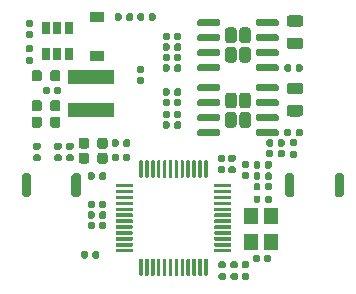
<source format=gbr>
%TF.GenerationSoftware,KiCad,Pcbnew,(5.1.6)-1*%
%TF.CreationDate,2023-12-18T11:35:21+08:00*%
%TF.ProjectId,stepper_motor,73746570-7065-4725-9f6d-6f746f722e6b,1*%
%TF.SameCoordinates,PX6979f40PYa1135a0*%
%TF.FileFunction,Paste,Top*%
%TF.FilePolarity,Positive*%
%FSLAX46Y46*%
G04 Gerber Fmt 4.6, Leading zero omitted, Abs format (unit mm)*
G04 Created by KiCad (PCBNEW (5.1.6)-1) date 2023-12-18 11:35:21*
%MOMM*%
%LPD*%
G01*
G04 APERTURE LIST*
%ADD10R,1.200000X1.400000*%
%ADD11R,1.200000X0.900000*%
%ADD12R,0.650000X1.060000*%
%ADD13R,3.900000X1.200000*%
G04 APERTURE END LIST*
%TO.C,R23*%
G36*
G01*
X6541000Y5125500D02*
X6541000Y4780500D01*
G75*
G02*
X6393500Y4633000I-147500J0D01*
G01*
X6098500Y4633000D01*
G75*
G02*
X5951000Y4780500I0J147500D01*
G01*
X5951000Y5125500D01*
G75*
G02*
X6098500Y5273000I147500J0D01*
G01*
X6393500Y5273000D01*
G75*
G02*
X6541000Y5125500I0J-147500D01*
G01*
G37*
G36*
G01*
X7511000Y5125500D02*
X7511000Y4780500D01*
G75*
G02*
X7363500Y4633000I-147500J0D01*
G01*
X7068500Y4633000D01*
G75*
G02*
X6921000Y4780500I0J147500D01*
G01*
X6921000Y5125500D01*
G75*
G02*
X7068500Y5273000I147500J0D01*
G01*
X7363500Y5273000D01*
G75*
G02*
X7511000Y5125500I0J-147500D01*
G01*
G37*
%TD*%
%TO.C,R22*%
G36*
G01*
X6541000Y6014500D02*
X6541000Y5669500D01*
G75*
G02*
X6393500Y5522000I-147500J0D01*
G01*
X6098500Y5522000D01*
G75*
G02*
X5951000Y5669500I0J147500D01*
G01*
X5951000Y6014500D01*
G75*
G02*
X6098500Y6162000I147500J0D01*
G01*
X6393500Y6162000D01*
G75*
G02*
X6541000Y6014500I0J-147500D01*
G01*
G37*
G36*
G01*
X7511000Y6014500D02*
X7511000Y5669500D01*
G75*
G02*
X7363500Y5522000I-147500J0D01*
G01*
X7068500Y5522000D01*
G75*
G02*
X6921000Y5669500I0J147500D01*
G01*
X6921000Y6014500D01*
G75*
G02*
X7068500Y6162000I147500J0D01*
G01*
X7363500Y6162000D01*
G75*
G02*
X7511000Y6014500I0J-147500D01*
G01*
G37*
%TD*%
%TO.C,R21*%
G36*
G01*
X6541000Y6903500D02*
X6541000Y6558500D01*
G75*
G02*
X6393500Y6411000I-147500J0D01*
G01*
X6098500Y6411000D01*
G75*
G02*
X5951000Y6558500I0J147500D01*
G01*
X5951000Y6903500D01*
G75*
G02*
X6098500Y7051000I147500J0D01*
G01*
X6393500Y7051000D01*
G75*
G02*
X6541000Y6903500I0J-147500D01*
G01*
G37*
G36*
G01*
X7511000Y6903500D02*
X7511000Y6558500D01*
G75*
G02*
X7363500Y6411000I-147500J0D01*
G01*
X7068500Y6411000D01*
G75*
G02*
X6921000Y6558500I0J147500D01*
G01*
X6921000Y6903500D01*
G75*
G02*
X7068500Y7051000I147500J0D01*
G01*
X7363500Y7051000D01*
G75*
G02*
X7511000Y6903500I0J-147500D01*
G01*
G37*
%TD*%
D10*
%TO.C,Y1*%
X21487500Y5735500D03*
X21487500Y3535500D03*
X19787500Y3535500D03*
X19787500Y5735500D03*
%TD*%
D11*
%TO.C,D3*%
X6731000Y22605000D03*
X6731000Y19305000D03*
%TD*%
D12*
%TO.C,U5*%
X4334000Y21668000D03*
X3384000Y21668000D03*
X2434000Y21668000D03*
X2434000Y19468000D03*
X4334000Y19468000D03*
X3384000Y19468000D03*
%TD*%
%TO.C,U4*%
G36*
G01*
X15219000Y16487000D02*
X15219000Y16787000D01*
G75*
G02*
X15369000Y16937000I150000J0D01*
G01*
X17019000Y16937000D01*
G75*
G02*
X17169000Y16787000I0J-150000D01*
G01*
X17169000Y16487000D01*
G75*
G02*
X17019000Y16337000I-150000J0D01*
G01*
X15369000Y16337000D01*
G75*
G02*
X15219000Y16487000I0J150000D01*
G01*
G37*
G36*
G01*
X15219000Y15217000D02*
X15219000Y15517000D01*
G75*
G02*
X15369000Y15667000I150000J0D01*
G01*
X17019000Y15667000D01*
G75*
G02*
X17169000Y15517000I0J-150000D01*
G01*
X17169000Y15217000D01*
G75*
G02*
X17019000Y15067000I-150000J0D01*
G01*
X15369000Y15067000D01*
G75*
G02*
X15219000Y15217000I0J150000D01*
G01*
G37*
G36*
G01*
X15219000Y13947000D02*
X15219000Y14247000D01*
G75*
G02*
X15369000Y14397000I150000J0D01*
G01*
X17019000Y14397000D01*
G75*
G02*
X17169000Y14247000I0J-150000D01*
G01*
X17169000Y13947000D01*
G75*
G02*
X17019000Y13797000I-150000J0D01*
G01*
X15369000Y13797000D01*
G75*
G02*
X15219000Y13947000I0J150000D01*
G01*
G37*
G36*
G01*
X15219000Y12677000D02*
X15219000Y12977000D01*
G75*
G02*
X15369000Y13127000I150000J0D01*
G01*
X17019000Y13127000D01*
G75*
G02*
X17169000Y12977000I0J-150000D01*
G01*
X17169000Y12677000D01*
G75*
G02*
X17019000Y12527000I-150000J0D01*
G01*
X15369000Y12527000D01*
G75*
G02*
X15219000Y12677000I0J150000D01*
G01*
G37*
G36*
G01*
X20169000Y12677000D02*
X20169000Y12977000D01*
G75*
G02*
X20319000Y13127000I150000J0D01*
G01*
X21969000Y13127000D01*
G75*
G02*
X22119000Y12977000I0J-150000D01*
G01*
X22119000Y12677000D01*
G75*
G02*
X21969000Y12527000I-150000J0D01*
G01*
X20319000Y12527000D01*
G75*
G02*
X20169000Y12677000I0J150000D01*
G01*
G37*
G36*
G01*
X20169000Y13947000D02*
X20169000Y14247000D01*
G75*
G02*
X20319000Y14397000I150000J0D01*
G01*
X21969000Y14397000D01*
G75*
G02*
X22119000Y14247000I0J-150000D01*
G01*
X22119000Y13947000D01*
G75*
G02*
X21969000Y13797000I-150000J0D01*
G01*
X20319000Y13797000D01*
G75*
G02*
X20169000Y13947000I0J150000D01*
G01*
G37*
G36*
G01*
X20169000Y15217000D02*
X20169000Y15517000D01*
G75*
G02*
X20319000Y15667000I150000J0D01*
G01*
X21969000Y15667000D01*
G75*
G02*
X22119000Y15517000I0J-150000D01*
G01*
X22119000Y15217000D01*
G75*
G02*
X21969000Y15067000I-150000J0D01*
G01*
X20319000Y15067000D01*
G75*
G02*
X20169000Y15217000I0J150000D01*
G01*
G37*
G36*
G01*
X20169000Y16487000D02*
X20169000Y16787000D01*
G75*
G02*
X20319000Y16937000I150000J0D01*
G01*
X21969000Y16937000D01*
G75*
G02*
X22119000Y16787000I0J-150000D01*
G01*
X22119000Y16487000D01*
G75*
G02*
X21969000Y16337000I-150000J0D01*
G01*
X20319000Y16337000D01*
G75*
G02*
X20169000Y16487000I0J150000D01*
G01*
G37*
G36*
G01*
X17584000Y15134500D02*
X17584000Y15979500D01*
G75*
G02*
X17826500Y16222000I242500J0D01*
G01*
X18311500Y16222000D01*
G75*
G02*
X18554000Y15979500I0J-242500D01*
G01*
X18554000Y15134500D01*
G75*
G02*
X18311500Y14892000I-242500J0D01*
G01*
X17826500Y14892000D01*
G75*
G02*
X17584000Y15134500I0J242500D01*
G01*
G37*
G36*
G01*
X17584000Y13484500D02*
X17584000Y14329500D01*
G75*
G02*
X17826500Y14572000I242500J0D01*
G01*
X18311500Y14572000D01*
G75*
G02*
X18554000Y14329500I0J-242500D01*
G01*
X18554000Y13484500D01*
G75*
G02*
X18311500Y13242000I-242500J0D01*
G01*
X17826500Y13242000D01*
G75*
G02*
X17584000Y13484500I0J242500D01*
G01*
G37*
G36*
G01*
X18784000Y15134500D02*
X18784000Y15979500D01*
G75*
G02*
X19026500Y16222000I242500J0D01*
G01*
X19511500Y16222000D01*
G75*
G02*
X19754000Y15979500I0J-242500D01*
G01*
X19754000Y15134500D01*
G75*
G02*
X19511500Y14892000I-242500J0D01*
G01*
X19026500Y14892000D01*
G75*
G02*
X18784000Y15134500I0J242500D01*
G01*
G37*
G36*
G01*
X18784000Y13484500D02*
X18784000Y14329500D01*
G75*
G02*
X19026500Y14572000I242500J0D01*
G01*
X19511500Y14572000D01*
G75*
G02*
X19754000Y14329500I0J-242500D01*
G01*
X19754000Y13484500D01*
G75*
G02*
X19511500Y13242000I-242500J0D01*
G01*
X19026500Y13242000D01*
G75*
G02*
X18784000Y13484500I0J242500D01*
G01*
G37*
%TD*%
%TO.C,U3*%
G36*
G01*
X15217000Y22001000D02*
X15217000Y22301000D01*
G75*
G02*
X15367000Y22451000I150000J0D01*
G01*
X17017000Y22451000D01*
G75*
G02*
X17167000Y22301000I0J-150000D01*
G01*
X17167000Y22001000D01*
G75*
G02*
X17017000Y21851000I-150000J0D01*
G01*
X15367000Y21851000D01*
G75*
G02*
X15217000Y22001000I0J150000D01*
G01*
G37*
G36*
G01*
X15217000Y20731000D02*
X15217000Y21031000D01*
G75*
G02*
X15367000Y21181000I150000J0D01*
G01*
X17017000Y21181000D01*
G75*
G02*
X17167000Y21031000I0J-150000D01*
G01*
X17167000Y20731000D01*
G75*
G02*
X17017000Y20581000I-150000J0D01*
G01*
X15367000Y20581000D01*
G75*
G02*
X15217000Y20731000I0J150000D01*
G01*
G37*
G36*
G01*
X15217000Y19461000D02*
X15217000Y19761000D01*
G75*
G02*
X15367000Y19911000I150000J0D01*
G01*
X17017000Y19911000D01*
G75*
G02*
X17167000Y19761000I0J-150000D01*
G01*
X17167000Y19461000D01*
G75*
G02*
X17017000Y19311000I-150000J0D01*
G01*
X15367000Y19311000D01*
G75*
G02*
X15217000Y19461000I0J150000D01*
G01*
G37*
G36*
G01*
X15217000Y18191000D02*
X15217000Y18491000D01*
G75*
G02*
X15367000Y18641000I150000J0D01*
G01*
X17017000Y18641000D01*
G75*
G02*
X17167000Y18491000I0J-150000D01*
G01*
X17167000Y18191000D01*
G75*
G02*
X17017000Y18041000I-150000J0D01*
G01*
X15367000Y18041000D01*
G75*
G02*
X15217000Y18191000I0J150000D01*
G01*
G37*
G36*
G01*
X20167000Y18191000D02*
X20167000Y18491000D01*
G75*
G02*
X20317000Y18641000I150000J0D01*
G01*
X21967000Y18641000D01*
G75*
G02*
X22117000Y18491000I0J-150000D01*
G01*
X22117000Y18191000D01*
G75*
G02*
X21967000Y18041000I-150000J0D01*
G01*
X20317000Y18041000D01*
G75*
G02*
X20167000Y18191000I0J150000D01*
G01*
G37*
G36*
G01*
X20167000Y19461000D02*
X20167000Y19761000D01*
G75*
G02*
X20317000Y19911000I150000J0D01*
G01*
X21967000Y19911000D01*
G75*
G02*
X22117000Y19761000I0J-150000D01*
G01*
X22117000Y19461000D01*
G75*
G02*
X21967000Y19311000I-150000J0D01*
G01*
X20317000Y19311000D01*
G75*
G02*
X20167000Y19461000I0J150000D01*
G01*
G37*
G36*
G01*
X20167000Y20731000D02*
X20167000Y21031000D01*
G75*
G02*
X20317000Y21181000I150000J0D01*
G01*
X21967000Y21181000D01*
G75*
G02*
X22117000Y21031000I0J-150000D01*
G01*
X22117000Y20731000D01*
G75*
G02*
X21967000Y20581000I-150000J0D01*
G01*
X20317000Y20581000D01*
G75*
G02*
X20167000Y20731000I0J150000D01*
G01*
G37*
G36*
G01*
X20167000Y22001000D02*
X20167000Y22301000D01*
G75*
G02*
X20317000Y22451000I150000J0D01*
G01*
X21967000Y22451000D01*
G75*
G02*
X22117000Y22301000I0J-150000D01*
G01*
X22117000Y22001000D01*
G75*
G02*
X21967000Y21851000I-150000J0D01*
G01*
X20317000Y21851000D01*
G75*
G02*
X20167000Y22001000I0J150000D01*
G01*
G37*
G36*
G01*
X17582000Y20648500D02*
X17582000Y21493500D01*
G75*
G02*
X17824500Y21736000I242500J0D01*
G01*
X18309500Y21736000D01*
G75*
G02*
X18552000Y21493500I0J-242500D01*
G01*
X18552000Y20648500D01*
G75*
G02*
X18309500Y20406000I-242500J0D01*
G01*
X17824500Y20406000D01*
G75*
G02*
X17582000Y20648500I0J242500D01*
G01*
G37*
G36*
G01*
X17582000Y18998500D02*
X17582000Y19843500D01*
G75*
G02*
X17824500Y20086000I242500J0D01*
G01*
X18309500Y20086000D01*
G75*
G02*
X18552000Y19843500I0J-242500D01*
G01*
X18552000Y18998500D01*
G75*
G02*
X18309500Y18756000I-242500J0D01*
G01*
X17824500Y18756000D01*
G75*
G02*
X17582000Y18998500I0J242500D01*
G01*
G37*
G36*
G01*
X18782000Y20648500D02*
X18782000Y21493500D01*
G75*
G02*
X19024500Y21736000I242500J0D01*
G01*
X19509500Y21736000D01*
G75*
G02*
X19752000Y21493500I0J-242500D01*
G01*
X19752000Y20648500D01*
G75*
G02*
X19509500Y20406000I-242500J0D01*
G01*
X19024500Y20406000D01*
G75*
G02*
X18782000Y20648500I0J242500D01*
G01*
G37*
G36*
G01*
X18782000Y18998500D02*
X18782000Y19843500D01*
G75*
G02*
X19024500Y20086000I242500J0D01*
G01*
X19509500Y20086000D01*
G75*
G02*
X19752000Y19843500I0J-242500D01*
G01*
X19752000Y18998500D01*
G75*
G02*
X19509500Y18756000I-242500J0D01*
G01*
X19024500Y18756000D01*
G75*
G02*
X18782000Y18998500I0J242500D01*
G01*
G37*
%TD*%
%TO.C,U2*%
G36*
G01*
X18108000Y2913000D02*
X18108000Y2763000D01*
G75*
G02*
X18033000Y2688000I-75000J0D01*
G01*
X16708000Y2688000D01*
G75*
G02*
X16633000Y2763000I0J75000D01*
G01*
X16633000Y2913000D01*
G75*
G02*
X16708000Y2988000I75000J0D01*
G01*
X18033000Y2988000D01*
G75*
G02*
X18108000Y2913000I0J-75000D01*
G01*
G37*
G36*
G01*
X18108000Y3413000D02*
X18108000Y3263000D01*
G75*
G02*
X18033000Y3188000I-75000J0D01*
G01*
X16708000Y3188000D01*
G75*
G02*
X16633000Y3263000I0J75000D01*
G01*
X16633000Y3413000D01*
G75*
G02*
X16708000Y3488000I75000J0D01*
G01*
X18033000Y3488000D01*
G75*
G02*
X18108000Y3413000I0J-75000D01*
G01*
G37*
G36*
G01*
X18108000Y3913000D02*
X18108000Y3763000D01*
G75*
G02*
X18033000Y3688000I-75000J0D01*
G01*
X16708000Y3688000D01*
G75*
G02*
X16633000Y3763000I0J75000D01*
G01*
X16633000Y3913000D01*
G75*
G02*
X16708000Y3988000I75000J0D01*
G01*
X18033000Y3988000D01*
G75*
G02*
X18108000Y3913000I0J-75000D01*
G01*
G37*
G36*
G01*
X18108000Y4413000D02*
X18108000Y4263000D01*
G75*
G02*
X18033000Y4188000I-75000J0D01*
G01*
X16708000Y4188000D01*
G75*
G02*
X16633000Y4263000I0J75000D01*
G01*
X16633000Y4413000D01*
G75*
G02*
X16708000Y4488000I75000J0D01*
G01*
X18033000Y4488000D01*
G75*
G02*
X18108000Y4413000I0J-75000D01*
G01*
G37*
G36*
G01*
X18108000Y4913000D02*
X18108000Y4763000D01*
G75*
G02*
X18033000Y4688000I-75000J0D01*
G01*
X16708000Y4688000D01*
G75*
G02*
X16633000Y4763000I0J75000D01*
G01*
X16633000Y4913000D01*
G75*
G02*
X16708000Y4988000I75000J0D01*
G01*
X18033000Y4988000D01*
G75*
G02*
X18108000Y4913000I0J-75000D01*
G01*
G37*
G36*
G01*
X18108000Y5413000D02*
X18108000Y5263000D01*
G75*
G02*
X18033000Y5188000I-75000J0D01*
G01*
X16708000Y5188000D01*
G75*
G02*
X16633000Y5263000I0J75000D01*
G01*
X16633000Y5413000D01*
G75*
G02*
X16708000Y5488000I75000J0D01*
G01*
X18033000Y5488000D01*
G75*
G02*
X18108000Y5413000I0J-75000D01*
G01*
G37*
G36*
G01*
X18108000Y5913000D02*
X18108000Y5763000D01*
G75*
G02*
X18033000Y5688000I-75000J0D01*
G01*
X16708000Y5688000D01*
G75*
G02*
X16633000Y5763000I0J75000D01*
G01*
X16633000Y5913000D01*
G75*
G02*
X16708000Y5988000I75000J0D01*
G01*
X18033000Y5988000D01*
G75*
G02*
X18108000Y5913000I0J-75000D01*
G01*
G37*
G36*
G01*
X18108000Y6413000D02*
X18108000Y6263000D01*
G75*
G02*
X18033000Y6188000I-75000J0D01*
G01*
X16708000Y6188000D01*
G75*
G02*
X16633000Y6263000I0J75000D01*
G01*
X16633000Y6413000D01*
G75*
G02*
X16708000Y6488000I75000J0D01*
G01*
X18033000Y6488000D01*
G75*
G02*
X18108000Y6413000I0J-75000D01*
G01*
G37*
G36*
G01*
X18108000Y6913000D02*
X18108000Y6763000D01*
G75*
G02*
X18033000Y6688000I-75000J0D01*
G01*
X16708000Y6688000D01*
G75*
G02*
X16633000Y6763000I0J75000D01*
G01*
X16633000Y6913000D01*
G75*
G02*
X16708000Y6988000I75000J0D01*
G01*
X18033000Y6988000D01*
G75*
G02*
X18108000Y6913000I0J-75000D01*
G01*
G37*
G36*
G01*
X18108000Y7413000D02*
X18108000Y7263000D01*
G75*
G02*
X18033000Y7188000I-75000J0D01*
G01*
X16708000Y7188000D01*
G75*
G02*
X16633000Y7263000I0J75000D01*
G01*
X16633000Y7413000D01*
G75*
G02*
X16708000Y7488000I75000J0D01*
G01*
X18033000Y7488000D01*
G75*
G02*
X18108000Y7413000I0J-75000D01*
G01*
G37*
G36*
G01*
X18108000Y7913000D02*
X18108000Y7763000D01*
G75*
G02*
X18033000Y7688000I-75000J0D01*
G01*
X16708000Y7688000D01*
G75*
G02*
X16633000Y7763000I0J75000D01*
G01*
X16633000Y7913000D01*
G75*
G02*
X16708000Y7988000I75000J0D01*
G01*
X18033000Y7988000D01*
G75*
G02*
X18108000Y7913000I0J-75000D01*
G01*
G37*
G36*
G01*
X18108000Y8413000D02*
X18108000Y8263000D01*
G75*
G02*
X18033000Y8188000I-75000J0D01*
G01*
X16708000Y8188000D01*
G75*
G02*
X16633000Y8263000I0J75000D01*
G01*
X16633000Y8413000D01*
G75*
G02*
X16708000Y8488000I75000J0D01*
G01*
X18033000Y8488000D01*
G75*
G02*
X18108000Y8413000I0J-75000D01*
G01*
G37*
G36*
G01*
X16108000Y10413000D02*
X16108000Y9088000D01*
G75*
G02*
X16033000Y9013000I-75000J0D01*
G01*
X15883000Y9013000D01*
G75*
G02*
X15808000Y9088000I0J75000D01*
G01*
X15808000Y10413000D01*
G75*
G02*
X15883000Y10488000I75000J0D01*
G01*
X16033000Y10488000D01*
G75*
G02*
X16108000Y10413000I0J-75000D01*
G01*
G37*
G36*
G01*
X15608000Y10413000D02*
X15608000Y9088000D01*
G75*
G02*
X15533000Y9013000I-75000J0D01*
G01*
X15383000Y9013000D01*
G75*
G02*
X15308000Y9088000I0J75000D01*
G01*
X15308000Y10413000D01*
G75*
G02*
X15383000Y10488000I75000J0D01*
G01*
X15533000Y10488000D01*
G75*
G02*
X15608000Y10413000I0J-75000D01*
G01*
G37*
G36*
G01*
X15108000Y10413000D02*
X15108000Y9088000D01*
G75*
G02*
X15033000Y9013000I-75000J0D01*
G01*
X14883000Y9013000D01*
G75*
G02*
X14808000Y9088000I0J75000D01*
G01*
X14808000Y10413000D01*
G75*
G02*
X14883000Y10488000I75000J0D01*
G01*
X15033000Y10488000D01*
G75*
G02*
X15108000Y10413000I0J-75000D01*
G01*
G37*
G36*
G01*
X14608000Y10413000D02*
X14608000Y9088000D01*
G75*
G02*
X14533000Y9013000I-75000J0D01*
G01*
X14383000Y9013000D01*
G75*
G02*
X14308000Y9088000I0J75000D01*
G01*
X14308000Y10413000D01*
G75*
G02*
X14383000Y10488000I75000J0D01*
G01*
X14533000Y10488000D01*
G75*
G02*
X14608000Y10413000I0J-75000D01*
G01*
G37*
G36*
G01*
X14108000Y10413000D02*
X14108000Y9088000D01*
G75*
G02*
X14033000Y9013000I-75000J0D01*
G01*
X13883000Y9013000D01*
G75*
G02*
X13808000Y9088000I0J75000D01*
G01*
X13808000Y10413000D01*
G75*
G02*
X13883000Y10488000I75000J0D01*
G01*
X14033000Y10488000D01*
G75*
G02*
X14108000Y10413000I0J-75000D01*
G01*
G37*
G36*
G01*
X13608000Y10413000D02*
X13608000Y9088000D01*
G75*
G02*
X13533000Y9013000I-75000J0D01*
G01*
X13383000Y9013000D01*
G75*
G02*
X13308000Y9088000I0J75000D01*
G01*
X13308000Y10413000D01*
G75*
G02*
X13383000Y10488000I75000J0D01*
G01*
X13533000Y10488000D01*
G75*
G02*
X13608000Y10413000I0J-75000D01*
G01*
G37*
G36*
G01*
X13108000Y10413000D02*
X13108000Y9088000D01*
G75*
G02*
X13033000Y9013000I-75000J0D01*
G01*
X12883000Y9013000D01*
G75*
G02*
X12808000Y9088000I0J75000D01*
G01*
X12808000Y10413000D01*
G75*
G02*
X12883000Y10488000I75000J0D01*
G01*
X13033000Y10488000D01*
G75*
G02*
X13108000Y10413000I0J-75000D01*
G01*
G37*
G36*
G01*
X12608000Y10413000D02*
X12608000Y9088000D01*
G75*
G02*
X12533000Y9013000I-75000J0D01*
G01*
X12383000Y9013000D01*
G75*
G02*
X12308000Y9088000I0J75000D01*
G01*
X12308000Y10413000D01*
G75*
G02*
X12383000Y10488000I75000J0D01*
G01*
X12533000Y10488000D01*
G75*
G02*
X12608000Y10413000I0J-75000D01*
G01*
G37*
G36*
G01*
X12108000Y10413000D02*
X12108000Y9088000D01*
G75*
G02*
X12033000Y9013000I-75000J0D01*
G01*
X11883000Y9013000D01*
G75*
G02*
X11808000Y9088000I0J75000D01*
G01*
X11808000Y10413000D01*
G75*
G02*
X11883000Y10488000I75000J0D01*
G01*
X12033000Y10488000D01*
G75*
G02*
X12108000Y10413000I0J-75000D01*
G01*
G37*
G36*
G01*
X11608000Y10413000D02*
X11608000Y9088000D01*
G75*
G02*
X11533000Y9013000I-75000J0D01*
G01*
X11383000Y9013000D01*
G75*
G02*
X11308000Y9088000I0J75000D01*
G01*
X11308000Y10413000D01*
G75*
G02*
X11383000Y10488000I75000J0D01*
G01*
X11533000Y10488000D01*
G75*
G02*
X11608000Y10413000I0J-75000D01*
G01*
G37*
G36*
G01*
X11108000Y10413000D02*
X11108000Y9088000D01*
G75*
G02*
X11033000Y9013000I-75000J0D01*
G01*
X10883000Y9013000D01*
G75*
G02*
X10808000Y9088000I0J75000D01*
G01*
X10808000Y10413000D01*
G75*
G02*
X10883000Y10488000I75000J0D01*
G01*
X11033000Y10488000D01*
G75*
G02*
X11108000Y10413000I0J-75000D01*
G01*
G37*
G36*
G01*
X10608000Y10413000D02*
X10608000Y9088000D01*
G75*
G02*
X10533000Y9013000I-75000J0D01*
G01*
X10383000Y9013000D01*
G75*
G02*
X10308000Y9088000I0J75000D01*
G01*
X10308000Y10413000D01*
G75*
G02*
X10383000Y10488000I75000J0D01*
G01*
X10533000Y10488000D01*
G75*
G02*
X10608000Y10413000I0J-75000D01*
G01*
G37*
G36*
G01*
X9783000Y8413000D02*
X9783000Y8263000D01*
G75*
G02*
X9708000Y8188000I-75000J0D01*
G01*
X8383000Y8188000D01*
G75*
G02*
X8308000Y8263000I0J75000D01*
G01*
X8308000Y8413000D01*
G75*
G02*
X8383000Y8488000I75000J0D01*
G01*
X9708000Y8488000D01*
G75*
G02*
X9783000Y8413000I0J-75000D01*
G01*
G37*
G36*
G01*
X9783000Y7913000D02*
X9783000Y7763000D01*
G75*
G02*
X9708000Y7688000I-75000J0D01*
G01*
X8383000Y7688000D01*
G75*
G02*
X8308000Y7763000I0J75000D01*
G01*
X8308000Y7913000D01*
G75*
G02*
X8383000Y7988000I75000J0D01*
G01*
X9708000Y7988000D01*
G75*
G02*
X9783000Y7913000I0J-75000D01*
G01*
G37*
G36*
G01*
X9783000Y7413000D02*
X9783000Y7263000D01*
G75*
G02*
X9708000Y7188000I-75000J0D01*
G01*
X8383000Y7188000D01*
G75*
G02*
X8308000Y7263000I0J75000D01*
G01*
X8308000Y7413000D01*
G75*
G02*
X8383000Y7488000I75000J0D01*
G01*
X9708000Y7488000D01*
G75*
G02*
X9783000Y7413000I0J-75000D01*
G01*
G37*
G36*
G01*
X9783000Y6913000D02*
X9783000Y6763000D01*
G75*
G02*
X9708000Y6688000I-75000J0D01*
G01*
X8383000Y6688000D01*
G75*
G02*
X8308000Y6763000I0J75000D01*
G01*
X8308000Y6913000D01*
G75*
G02*
X8383000Y6988000I75000J0D01*
G01*
X9708000Y6988000D01*
G75*
G02*
X9783000Y6913000I0J-75000D01*
G01*
G37*
G36*
G01*
X9783000Y6413000D02*
X9783000Y6263000D01*
G75*
G02*
X9708000Y6188000I-75000J0D01*
G01*
X8383000Y6188000D01*
G75*
G02*
X8308000Y6263000I0J75000D01*
G01*
X8308000Y6413000D01*
G75*
G02*
X8383000Y6488000I75000J0D01*
G01*
X9708000Y6488000D01*
G75*
G02*
X9783000Y6413000I0J-75000D01*
G01*
G37*
G36*
G01*
X9783000Y5913000D02*
X9783000Y5763000D01*
G75*
G02*
X9708000Y5688000I-75000J0D01*
G01*
X8383000Y5688000D01*
G75*
G02*
X8308000Y5763000I0J75000D01*
G01*
X8308000Y5913000D01*
G75*
G02*
X8383000Y5988000I75000J0D01*
G01*
X9708000Y5988000D01*
G75*
G02*
X9783000Y5913000I0J-75000D01*
G01*
G37*
G36*
G01*
X9783000Y5413000D02*
X9783000Y5263000D01*
G75*
G02*
X9708000Y5188000I-75000J0D01*
G01*
X8383000Y5188000D01*
G75*
G02*
X8308000Y5263000I0J75000D01*
G01*
X8308000Y5413000D01*
G75*
G02*
X8383000Y5488000I75000J0D01*
G01*
X9708000Y5488000D01*
G75*
G02*
X9783000Y5413000I0J-75000D01*
G01*
G37*
G36*
G01*
X9783000Y4913000D02*
X9783000Y4763000D01*
G75*
G02*
X9708000Y4688000I-75000J0D01*
G01*
X8383000Y4688000D01*
G75*
G02*
X8308000Y4763000I0J75000D01*
G01*
X8308000Y4913000D01*
G75*
G02*
X8383000Y4988000I75000J0D01*
G01*
X9708000Y4988000D01*
G75*
G02*
X9783000Y4913000I0J-75000D01*
G01*
G37*
G36*
G01*
X9783000Y4413000D02*
X9783000Y4263000D01*
G75*
G02*
X9708000Y4188000I-75000J0D01*
G01*
X8383000Y4188000D01*
G75*
G02*
X8308000Y4263000I0J75000D01*
G01*
X8308000Y4413000D01*
G75*
G02*
X8383000Y4488000I75000J0D01*
G01*
X9708000Y4488000D01*
G75*
G02*
X9783000Y4413000I0J-75000D01*
G01*
G37*
G36*
G01*
X9783000Y3913000D02*
X9783000Y3763000D01*
G75*
G02*
X9708000Y3688000I-75000J0D01*
G01*
X8383000Y3688000D01*
G75*
G02*
X8308000Y3763000I0J75000D01*
G01*
X8308000Y3913000D01*
G75*
G02*
X8383000Y3988000I75000J0D01*
G01*
X9708000Y3988000D01*
G75*
G02*
X9783000Y3913000I0J-75000D01*
G01*
G37*
G36*
G01*
X9783000Y3413000D02*
X9783000Y3263000D01*
G75*
G02*
X9708000Y3188000I-75000J0D01*
G01*
X8383000Y3188000D01*
G75*
G02*
X8308000Y3263000I0J75000D01*
G01*
X8308000Y3413000D01*
G75*
G02*
X8383000Y3488000I75000J0D01*
G01*
X9708000Y3488000D01*
G75*
G02*
X9783000Y3413000I0J-75000D01*
G01*
G37*
G36*
G01*
X9783000Y2913000D02*
X9783000Y2763000D01*
G75*
G02*
X9708000Y2688000I-75000J0D01*
G01*
X8383000Y2688000D01*
G75*
G02*
X8308000Y2763000I0J75000D01*
G01*
X8308000Y2913000D01*
G75*
G02*
X8383000Y2988000I75000J0D01*
G01*
X9708000Y2988000D01*
G75*
G02*
X9783000Y2913000I0J-75000D01*
G01*
G37*
G36*
G01*
X10608000Y2088000D02*
X10608000Y763000D01*
G75*
G02*
X10533000Y688000I-75000J0D01*
G01*
X10383000Y688000D01*
G75*
G02*
X10308000Y763000I0J75000D01*
G01*
X10308000Y2088000D01*
G75*
G02*
X10383000Y2163000I75000J0D01*
G01*
X10533000Y2163000D01*
G75*
G02*
X10608000Y2088000I0J-75000D01*
G01*
G37*
G36*
G01*
X11108000Y2088000D02*
X11108000Y763000D01*
G75*
G02*
X11033000Y688000I-75000J0D01*
G01*
X10883000Y688000D01*
G75*
G02*
X10808000Y763000I0J75000D01*
G01*
X10808000Y2088000D01*
G75*
G02*
X10883000Y2163000I75000J0D01*
G01*
X11033000Y2163000D01*
G75*
G02*
X11108000Y2088000I0J-75000D01*
G01*
G37*
G36*
G01*
X11608000Y2088000D02*
X11608000Y763000D01*
G75*
G02*
X11533000Y688000I-75000J0D01*
G01*
X11383000Y688000D01*
G75*
G02*
X11308000Y763000I0J75000D01*
G01*
X11308000Y2088000D01*
G75*
G02*
X11383000Y2163000I75000J0D01*
G01*
X11533000Y2163000D01*
G75*
G02*
X11608000Y2088000I0J-75000D01*
G01*
G37*
G36*
G01*
X12108000Y2088000D02*
X12108000Y763000D01*
G75*
G02*
X12033000Y688000I-75000J0D01*
G01*
X11883000Y688000D01*
G75*
G02*
X11808000Y763000I0J75000D01*
G01*
X11808000Y2088000D01*
G75*
G02*
X11883000Y2163000I75000J0D01*
G01*
X12033000Y2163000D01*
G75*
G02*
X12108000Y2088000I0J-75000D01*
G01*
G37*
G36*
G01*
X12608000Y2088000D02*
X12608000Y763000D01*
G75*
G02*
X12533000Y688000I-75000J0D01*
G01*
X12383000Y688000D01*
G75*
G02*
X12308000Y763000I0J75000D01*
G01*
X12308000Y2088000D01*
G75*
G02*
X12383000Y2163000I75000J0D01*
G01*
X12533000Y2163000D01*
G75*
G02*
X12608000Y2088000I0J-75000D01*
G01*
G37*
G36*
G01*
X13108000Y2088000D02*
X13108000Y763000D01*
G75*
G02*
X13033000Y688000I-75000J0D01*
G01*
X12883000Y688000D01*
G75*
G02*
X12808000Y763000I0J75000D01*
G01*
X12808000Y2088000D01*
G75*
G02*
X12883000Y2163000I75000J0D01*
G01*
X13033000Y2163000D01*
G75*
G02*
X13108000Y2088000I0J-75000D01*
G01*
G37*
G36*
G01*
X13608000Y2088000D02*
X13608000Y763000D01*
G75*
G02*
X13533000Y688000I-75000J0D01*
G01*
X13383000Y688000D01*
G75*
G02*
X13308000Y763000I0J75000D01*
G01*
X13308000Y2088000D01*
G75*
G02*
X13383000Y2163000I75000J0D01*
G01*
X13533000Y2163000D01*
G75*
G02*
X13608000Y2088000I0J-75000D01*
G01*
G37*
G36*
G01*
X14108000Y2088000D02*
X14108000Y763000D01*
G75*
G02*
X14033000Y688000I-75000J0D01*
G01*
X13883000Y688000D01*
G75*
G02*
X13808000Y763000I0J75000D01*
G01*
X13808000Y2088000D01*
G75*
G02*
X13883000Y2163000I75000J0D01*
G01*
X14033000Y2163000D01*
G75*
G02*
X14108000Y2088000I0J-75000D01*
G01*
G37*
G36*
G01*
X14608000Y2088000D02*
X14608000Y763000D01*
G75*
G02*
X14533000Y688000I-75000J0D01*
G01*
X14383000Y688000D01*
G75*
G02*
X14308000Y763000I0J75000D01*
G01*
X14308000Y2088000D01*
G75*
G02*
X14383000Y2163000I75000J0D01*
G01*
X14533000Y2163000D01*
G75*
G02*
X14608000Y2088000I0J-75000D01*
G01*
G37*
G36*
G01*
X15108000Y2088000D02*
X15108000Y763000D01*
G75*
G02*
X15033000Y688000I-75000J0D01*
G01*
X14883000Y688000D01*
G75*
G02*
X14808000Y763000I0J75000D01*
G01*
X14808000Y2088000D01*
G75*
G02*
X14883000Y2163000I75000J0D01*
G01*
X15033000Y2163000D01*
G75*
G02*
X15108000Y2088000I0J-75000D01*
G01*
G37*
G36*
G01*
X15608000Y2088000D02*
X15608000Y763000D01*
G75*
G02*
X15533000Y688000I-75000J0D01*
G01*
X15383000Y688000D01*
G75*
G02*
X15308000Y763000I0J75000D01*
G01*
X15308000Y2088000D01*
G75*
G02*
X15383000Y2163000I75000J0D01*
G01*
X15533000Y2163000D01*
G75*
G02*
X15608000Y2088000I0J-75000D01*
G01*
G37*
G36*
G01*
X16108000Y2088000D02*
X16108000Y763000D01*
G75*
G02*
X16033000Y688000I-75000J0D01*
G01*
X15883000Y688000D01*
G75*
G02*
X15808000Y763000I0J75000D01*
G01*
X15808000Y2088000D01*
G75*
G02*
X15883000Y2163000I75000J0D01*
G01*
X16033000Y2163000D01*
G75*
G02*
X16108000Y2088000I0J-75000D01*
G01*
G37*
%TD*%
%TO.C,SW3*%
G36*
G01*
X5362000Y9182000D02*
X5362000Y7582000D01*
G75*
G02*
X5162000Y7382000I-200000J0D01*
G01*
X4762000Y7382000D01*
G75*
G02*
X4562000Y7582000I0J200000D01*
G01*
X4562000Y9182000D01*
G75*
G02*
X4762000Y9382000I200000J0D01*
G01*
X5162000Y9382000D01*
G75*
G02*
X5362000Y9182000I0J-200000D01*
G01*
G37*
G36*
G01*
X1162000Y9182000D02*
X1162000Y7582000D01*
G75*
G02*
X962000Y7382000I-200000J0D01*
G01*
X562000Y7382000D01*
G75*
G02*
X362000Y7582000I0J200000D01*
G01*
X362000Y9182000D01*
G75*
G02*
X562000Y9382000I200000J0D01*
G01*
X962000Y9382000D01*
G75*
G02*
X1162000Y9182000I0J-200000D01*
G01*
G37*
%TD*%
%TO.C,SW2*%
G36*
G01*
X22646000Y7582000D02*
X22646000Y9182000D01*
G75*
G02*
X22846000Y9382000I200000J0D01*
G01*
X23246000Y9382000D01*
G75*
G02*
X23446000Y9182000I0J-200000D01*
G01*
X23446000Y7582000D01*
G75*
G02*
X23246000Y7382000I-200000J0D01*
G01*
X22846000Y7382000D01*
G75*
G02*
X22646000Y7582000I0J200000D01*
G01*
G37*
G36*
G01*
X26846000Y7582000D02*
X26846000Y9182000D01*
G75*
G02*
X27046000Y9382000I200000J0D01*
G01*
X27446000Y9382000D01*
G75*
G02*
X27646000Y9182000I0J-200000D01*
G01*
X27646000Y7582000D01*
G75*
G02*
X27446000Y7382000I-200000J0D01*
G01*
X27046000Y7382000D01*
G75*
G02*
X26846000Y7582000I0J200000D01*
G01*
G37*
%TD*%
%TO.C,R20*%
G36*
G01*
X8827000Y22778500D02*
X8827000Y22433500D01*
G75*
G02*
X8679500Y22286000I-147500J0D01*
G01*
X8384500Y22286000D01*
G75*
G02*
X8237000Y22433500I0J147500D01*
G01*
X8237000Y22778500D01*
G75*
G02*
X8384500Y22926000I147500J0D01*
G01*
X8679500Y22926000D01*
G75*
G02*
X8827000Y22778500I0J-147500D01*
G01*
G37*
G36*
G01*
X9797000Y22778500D02*
X9797000Y22433500D01*
G75*
G02*
X9649500Y22286000I-147500J0D01*
G01*
X9354500Y22286000D01*
G75*
G02*
X9207000Y22433500I0J147500D01*
G01*
X9207000Y22778500D01*
G75*
G02*
X9354500Y22926000I147500J0D01*
G01*
X9649500Y22926000D01*
G75*
G02*
X9797000Y22778500I0J-147500D01*
G01*
G37*
%TD*%
%TO.C,R19*%
G36*
G01*
X3601500Y11366000D02*
X3256500Y11366000D01*
G75*
G02*
X3109000Y11513500I0J147500D01*
G01*
X3109000Y11808500D01*
G75*
G02*
X3256500Y11956000I147500J0D01*
G01*
X3601500Y11956000D01*
G75*
G02*
X3749000Y11808500I0J-147500D01*
G01*
X3749000Y11513500D01*
G75*
G02*
X3601500Y11366000I-147500J0D01*
G01*
G37*
G36*
G01*
X3601500Y10396000D02*
X3256500Y10396000D01*
G75*
G02*
X3109000Y10543500I0J147500D01*
G01*
X3109000Y10838500D01*
G75*
G02*
X3256500Y10986000I147500J0D01*
G01*
X3601500Y10986000D01*
G75*
G02*
X3749000Y10838500I0J-147500D01*
G01*
X3749000Y10543500D01*
G75*
G02*
X3601500Y10396000I-147500J0D01*
G01*
G37*
%TD*%
%TO.C,R18*%
G36*
G01*
X10732000Y22778500D02*
X10732000Y22433500D01*
G75*
G02*
X10584500Y22286000I-147500J0D01*
G01*
X10289500Y22286000D01*
G75*
G02*
X10142000Y22433500I0J147500D01*
G01*
X10142000Y22778500D01*
G75*
G02*
X10289500Y22926000I147500J0D01*
G01*
X10584500Y22926000D01*
G75*
G02*
X10732000Y22778500I0J-147500D01*
G01*
G37*
G36*
G01*
X11702000Y22778500D02*
X11702000Y22433500D01*
G75*
G02*
X11554500Y22286000I-147500J0D01*
G01*
X11259500Y22286000D01*
G75*
G02*
X11112000Y22433500I0J147500D01*
G01*
X11112000Y22778500D01*
G75*
G02*
X11259500Y22926000I147500J0D01*
G01*
X11554500Y22926000D01*
G75*
G02*
X11702000Y22778500I0J-147500D01*
G01*
G37*
%TD*%
%TO.C,R17*%
G36*
G01*
X21654000Y11221500D02*
X21654000Y10876500D01*
G75*
G02*
X21506500Y10729000I-147500J0D01*
G01*
X21211500Y10729000D01*
G75*
G02*
X21064000Y10876500I0J147500D01*
G01*
X21064000Y11221500D01*
G75*
G02*
X21211500Y11369000I147500J0D01*
G01*
X21506500Y11369000D01*
G75*
G02*
X21654000Y11221500I0J-147500D01*
G01*
G37*
G36*
G01*
X22624000Y11221500D02*
X22624000Y10876500D01*
G75*
G02*
X22476500Y10729000I-147500J0D01*
G01*
X22181500Y10729000D01*
G75*
G02*
X22034000Y10876500I0J147500D01*
G01*
X22034000Y11221500D01*
G75*
G02*
X22181500Y11369000I147500J0D01*
G01*
X22476500Y11369000D01*
G75*
G02*
X22624000Y11221500I0J-147500D01*
G01*
G37*
%TD*%
%TO.C,R16*%
G36*
G01*
X21654000Y12110500D02*
X21654000Y11765500D01*
G75*
G02*
X21506500Y11618000I-147500J0D01*
G01*
X21211500Y11618000D01*
G75*
G02*
X21064000Y11765500I0J147500D01*
G01*
X21064000Y12110500D01*
G75*
G02*
X21211500Y12258000I147500J0D01*
G01*
X21506500Y12258000D01*
G75*
G02*
X21654000Y12110500I0J-147500D01*
G01*
G37*
G36*
G01*
X22624000Y12110500D02*
X22624000Y11765500D01*
G75*
G02*
X22476500Y11618000I-147500J0D01*
G01*
X22181500Y11618000D01*
G75*
G02*
X22034000Y11765500I0J147500D01*
G01*
X22034000Y12110500D01*
G75*
G02*
X22181500Y12258000I147500J0D01*
G01*
X22476500Y12258000D01*
G75*
G02*
X22624000Y12110500I0J-147500D01*
G01*
G37*
%TD*%
%TO.C,R15*%
G36*
G01*
X843500Y19241000D02*
X1188500Y19241000D01*
G75*
G02*
X1336000Y19093500I0J-147500D01*
G01*
X1336000Y18798500D01*
G75*
G02*
X1188500Y18651000I-147500J0D01*
G01*
X843500Y18651000D01*
G75*
G02*
X696000Y18798500I0J147500D01*
G01*
X696000Y19093500D01*
G75*
G02*
X843500Y19241000I147500J0D01*
G01*
G37*
G36*
G01*
X843500Y20211000D02*
X1188500Y20211000D01*
G75*
G02*
X1336000Y20063500I0J-147500D01*
G01*
X1336000Y19768500D01*
G75*
G02*
X1188500Y19621000I-147500J0D01*
G01*
X843500Y19621000D01*
G75*
G02*
X696000Y19768500I0J147500D01*
G01*
X696000Y20063500D01*
G75*
G02*
X843500Y20211000I147500J0D01*
G01*
G37*
%TD*%
%TO.C,R14*%
G36*
G01*
X843500Y21400000D02*
X1188500Y21400000D01*
G75*
G02*
X1336000Y21252500I0J-147500D01*
G01*
X1336000Y20957500D01*
G75*
G02*
X1188500Y20810000I-147500J0D01*
G01*
X843500Y20810000D01*
G75*
G02*
X696000Y20957500I0J147500D01*
G01*
X696000Y21252500D01*
G75*
G02*
X843500Y21400000I147500J0D01*
G01*
G37*
G36*
G01*
X843500Y22370000D02*
X1188500Y22370000D01*
G75*
G02*
X1336000Y22222500I0J-147500D01*
G01*
X1336000Y21927500D01*
G75*
G02*
X1188500Y21780000I-147500J0D01*
G01*
X843500Y21780000D01*
G75*
G02*
X696000Y21927500I0J147500D01*
G01*
X696000Y22222500D01*
G75*
G02*
X843500Y22370000I147500J0D01*
G01*
G37*
%TD*%
%TO.C,R13*%
G36*
G01*
X2731000Y16555500D02*
X2731000Y16210500D01*
G75*
G02*
X2583500Y16063000I-147500J0D01*
G01*
X2288500Y16063000D01*
G75*
G02*
X2141000Y16210500I0J147500D01*
G01*
X2141000Y16555500D01*
G75*
G02*
X2288500Y16703000I147500J0D01*
G01*
X2583500Y16703000D01*
G75*
G02*
X2731000Y16555500I0J-147500D01*
G01*
G37*
G36*
G01*
X3701000Y16555500D02*
X3701000Y16210500D01*
G75*
G02*
X3553500Y16063000I-147500J0D01*
G01*
X3258500Y16063000D01*
G75*
G02*
X3111000Y16210500I0J147500D01*
G01*
X3111000Y16555500D01*
G75*
G02*
X3258500Y16703000I147500J0D01*
G01*
X3553500Y16703000D01*
G75*
G02*
X3701000Y16555500I0J-147500D01*
G01*
G37*
%TD*%
%TO.C,R12*%
G36*
G01*
X17444500Y10350000D02*
X17099500Y10350000D01*
G75*
G02*
X16952000Y10497500I0J147500D01*
G01*
X16952000Y10792500D01*
G75*
G02*
X17099500Y10940000I147500J0D01*
G01*
X17444500Y10940000D01*
G75*
G02*
X17592000Y10792500I0J-147500D01*
G01*
X17592000Y10497500D01*
G75*
G02*
X17444500Y10350000I-147500J0D01*
G01*
G37*
G36*
G01*
X17444500Y9380000D02*
X17099500Y9380000D01*
G75*
G02*
X16952000Y9527500I0J147500D01*
G01*
X16952000Y9822500D01*
G75*
G02*
X17099500Y9970000I147500J0D01*
G01*
X17444500Y9970000D01*
G75*
G02*
X17592000Y9822500I0J-147500D01*
G01*
X17592000Y9527500D01*
G75*
G02*
X17444500Y9380000I-147500J0D01*
G01*
G37*
%TD*%
%TO.C,R11*%
G36*
G01*
X23951250Y16071000D02*
X23038750Y16071000D01*
G75*
G02*
X22795000Y16314750I0J243750D01*
G01*
X22795000Y16802250D01*
G75*
G02*
X23038750Y17046000I243750J0D01*
G01*
X23951250Y17046000D01*
G75*
G02*
X24195000Y16802250I0J-243750D01*
G01*
X24195000Y16314750D01*
G75*
G02*
X23951250Y16071000I-243750J0D01*
G01*
G37*
G36*
G01*
X23951250Y14196000D02*
X23038750Y14196000D01*
G75*
G02*
X22795000Y14439750I0J243750D01*
G01*
X22795000Y14927250D01*
G75*
G02*
X23038750Y15171000I243750J0D01*
G01*
X23951250Y15171000D01*
G75*
G02*
X24195000Y14927250I0J-243750D01*
G01*
X24195000Y14439750D01*
G75*
G02*
X23951250Y14196000I-243750J0D01*
G01*
G37*
%TD*%
%TO.C,R10*%
G36*
G01*
X23951250Y21786000D02*
X23038750Y21786000D01*
G75*
G02*
X22795000Y22029750I0J243750D01*
G01*
X22795000Y22517250D01*
G75*
G02*
X23038750Y22761000I243750J0D01*
G01*
X23951250Y22761000D01*
G75*
G02*
X24195000Y22517250I0J-243750D01*
G01*
X24195000Y22029750D01*
G75*
G02*
X23951250Y21786000I-243750J0D01*
G01*
G37*
G36*
G01*
X23951250Y19911000D02*
X23038750Y19911000D01*
G75*
G02*
X22795000Y20154750I0J243750D01*
G01*
X22795000Y20642250D01*
G75*
G02*
X23038750Y20886000I243750J0D01*
G01*
X23951250Y20886000D01*
G75*
G02*
X24195000Y20642250I0J-243750D01*
G01*
X24195000Y20154750D01*
G75*
G02*
X23951250Y19911000I-243750J0D01*
G01*
G37*
%TD*%
%TO.C,R9*%
G36*
G01*
X13271000Y14178500D02*
X13271000Y14523500D01*
G75*
G02*
X13418500Y14671000I147500J0D01*
G01*
X13713500Y14671000D01*
G75*
G02*
X13861000Y14523500I0J-147500D01*
G01*
X13861000Y14178500D01*
G75*
G02*
X13713500Y14031000I-147500J0D01*
G01*
X13418500Y14031000D01*
G75*
G02*
X13271000Y14178500I0J147500D01*
G01*
G37*
G36*
G01*
X12301000Y14178500D02*
X12301000Y14523500D01*
G75*
G02*
X12448500Y14671000I147500J0D01*
G01*
X12743500Y14671000D01*
G75*
G02*
X12891000Y14523500I0J-147500D01*
G01*
X12891000Y14178500D01*
G75*
G02*
X12743500Y14031000I-147500J0D01*
G01*
X12448500Y14031000D01*
G75*
G02*
X12301000Y14178500I0J147500D01*
G01*
G37*
%TD*%
%TO.C,R8*%
G36*
G01*
X13271000Y19004500D02*
X13271000Y19349500D01*
G75*
G02*
X13418500Y19497000I147500J0D01*
G01*
X13713500Y19497000D01*
G75*
G02*
X13861000Y19349500I0J-147500D01*
G01*
X13861000Y19004500D01*
G75*
G02*
X13713500Y18857000I-147500J0D01*
G01*
X13418500Y18857000D01*
G75*
G02*
X13271000Y19004500I0J147500D01*
G01*
G37*
G36*
G01*
X12301000Y19004500D02*
X12301000Y19349500D01*
G75*
G02*
X12448500Y19497000I147500J0D01*
G01*
X12743500Y19497000D01*
G75*
G02*
X12891000Y19349500I0J-147500D01*
G01*
X12891000Y19004500D01*
G75*
G02*
X12743500Y18857000I-147500J0D01*
G01*
X12448500Y18857000D01*
G75*
G02*
X12301000Y19004500I0J147500D01*
G01*
G37*
%TD*%
%TO.C,R7*%
G36*
G01*
X13271000Y16083500D02*
X13271000Y16428500D01*
G75*
G02*
X13418500Y16576000I147500J0D01*
G01*
X13713500Y16576000D01*
G75*
G02*
X13861000Y16428500I0J-147500D01*
G01*
X13861000Y16083500D01*
G75*
G02*
X13713500Y15936000I-147500J0D01*
G01*
X13418500Y15936000D01*
G75*
G02*
X13271000Y16083500I0J147500D01*
G01*
G37*
G36*
G01*
X12301000Y16083500D02*
X12301000Y16428500D01*
G75*
G02*
X12448500Y16576000I147500J0D01*
G01*
X12743500Y16576000D01*
G75*
G02*
X12891000Y16428500I0J-147500D01*
G01*
X12891000Y16083500D01*
G75*
G02*
X12743500Y15936000I-147500J0D01*
G01*
X12448500Y15936000D01*
G75*
G02*
X12301000Y16083500I0J147500D01*
G01*
G37*
%TD*%
%TO.C,R6*%
G36*
G01*
X13271000Y20782500D02*
X13271000Y21127500D01*
G75*
G02*
X13418500Y21275000I147500J0D01*
G01*
X13713500Y21275000D01*
G75*
G02*
X13861000Y21127500I0J-147500D01*
G01*
X13861000Y20782500D01*
G75*
G02*
X13713500Y20635000I-147500J0D01*
G01*
X13418500Y20635000D01*
G75*
G02*
X13271000Y20782500I0J147500D01*
G01*
G37*
G36*
G01*
X12301000Y20782500D02*
X12301000Y21127500D01*
G75*
G02*
X12448500Y21275000I147500J0D01*
G01*
X12743500Y21275000D01*
G75*
G02*
X12891000Y21127500I0J-147500D01*
G01*
X12891000Y20782500D01*
G75*
G02*
X12743500Y20635000I-147500J0D01*
G01*
X12448500Y20635000D01*
G75*
G02*
X12301000Y20782500I0J147500D01*
G01*
G37*
%TD*%
%TO.C,R5*%
G36*
G01*
X20954500Y9924000D02*
X20954500Y10269000D01*
G75*
G02*
X21102000Y10416500I147500J0D01*
G01*
X21397000Y10416500D01*
G75*
G02*
X21544500Y10269000I0J-147500D01*
G01*
X21544500Y9924000D01*
G75*
G02*
X21397000Y9776500I-147500J0D01*
G01*
X21102000Y9776500D01*
G75*
G02*
X20954500Y9924000I0J147500D01*
G01*
G37*
G36*
G01*
X19984500Y9924000D02*
X19984500Y10269000D01*
G75*
G02*
X20132000Y10416500I147500J0D01*
G01*
X20427000Y10416500D01*
G75*
G02*
X20574500Y10269000I0J-147500D01*
G01*
X20574500Y9924000D01*
G75*
G02*
X20427000Y9776500I-147500J0D01*
G01*
X20132000Y9776500D01*
G75*
G02*
X19984500Y9924000I0J147500D01*
G01*
G37*
%TD*%
%TO.C,R4*%
G36*
G01*
X17163000Y953000D02*
X17508000Y953000D01*
G75*
G02*
X17655500Y805500I0J-147500D01*
G01*
X17655500Y510500D01*
G75*
G02*
X17508000Y363000I-147500J0D01*
G01*
X17163000Y363000D01*
G75*
G02*
X17015500Y510500I0J147500D01*
G01*
X17015500Y805500D01*
G75*
G02*
X17163000Y953000I147500J0D01*
G01*
G37*
G36*
G01*
X17163000Y1923000D02*
X17508000Y1923000D01*
G75*
G02*
X17655500Y1775500I0J-147500D01*
G01*
X17655500Y1480500D01*
G75*
G02*
X17508000Y1333000I-147500J0D01*
G01*
X17163000Y1333000D01*
G75*
G02*
X17015500Y1480500I0J147500D01*
G01*
X17015500Y1775500D01*
G75*
G02*
X17163000Y1923000I147500J0D01*
G01*
G37*
%TD*%
%TO.C,R3*%
G36*
G01*
X20574500Y9316500D02*
X20574500Y8971500D01*
G75*
G02*
X20427000Y8824000I-147500J0D01*
G01*
X20132000Y8824000D01*
G75*
G02*
X19984500Y8971500I0J147500D01*
G01*
X19984500Y9316500D01*
G75*
G02*
X20132000Y9464000I147500J0D01*
G01*
X20427000Y9464000D01*
G75*
G02*
X20574500Y9316500I0J-147500D01*
G01*
G37*
G36*
G01*
X21544500Y9316500D02*
X21544500Y8971500D01*
G75*
G02*
X21397000Y8824000I-147500J0D01*
G01*
X21102000Y8824000D01*
G75*
G02*
X20954500Y8971500I0J147500D01*
G01*
X20954500Y9316500D01*
G75*
G02*
X21102000Y9464000I147500J0D01*
G01*
X21397000Y9464000D01*
G75*
G02*
X21544500Y9316500I0J-147500D01*
G01*
G37*
%TD*%
%TO.C,R2*%
G36*
G01*
X8953000Y11765500D02*
X8953000Y12110500D01*
G75*
G02*
X9100500Y12258000I147500J0D01*
G01*
X9395500Y12258000D01*
G75*
G02*
X9543000Y12110500I0J-147500D01*
G01*
X9543000Y11765500D01*
G75*
G02*
X9395500Y11618000I-147500J0D01*
G01*
X9100500Y11618000D01*
G75*
G02*
X8953000Y11765500I0J147500D01*
G01*
G37*
G36*
G01*
X7983000Y11765500D02*
X7983000Y12110500D01*
G75*
G02*
X8130500Y12258000I147500J0D01*
G01*
X8425500Y12258000D01*
G75*
G02*
X8573000Y12110500I0J-147500D01*
G01*
X8573000Y11765500D01*
G75*
G02*
X8425500Y11618000I-147500J0D01*
G01*
X8130500Y11618000D01*
G75*
G02*
X7983000Y11765500I0J147500D01*
G01*
G37*
%TD*%
%TO.C,R1*%
G36*
G01*
X8953000Y10559000D02*
X8953000Y10904000D01*
G75*
G02*
X9100500Y11051500I147500J0D01*
G01*
X9395500Y11051500D01*
G75*
G02*
X9543000Y10904000I0J-147500D01*
G01*
X9543000Y10559000D01*
G75*
G02*
X9395500Y10411500I-147500J0D01*
G01*
X9100500Y10411500D01*
G75*
G02*
X8953000Y10559000I0J147500D01*
G01*
G37*
G36*
G01*
X7983000Y10559000D02*
X7983000Y10904000D01*
G75*
G02*
X8130500Y11051500I147500J0D01*
G01*
X8425500Y11051500D01*
G75*
G02*
X8573000Y10904000I0J-147500D01*
G01*
X8573000Y10559000D01*
G75*
G02*
X8425500Y10411500I-147500J0D01*
G01*
X8130500Y10411500D01*
G75*
G02*
X7983000Y10559000I0J147500D01*
G01*
G37*
%TD*%
D13*
%TO.C,L1*%
X6223000Y14729000D03*
X6223000Y17529000D03*
%TD*%
%TO.C,D2*%
G36*
G01*
X6763500Y11681750D02*
X6763500Y12194250D01*
G75*
G02*
X6982250Y12413000I218750J0D01*
G01*
X7419750Y12413000D01*
G75*
G02*
X7638500Y12194250I0J-218750D01*
G01*
X7638500Y11681750D01*
G75*
G02*
X7419750Y11463000I-218750J0D01*
G01*
X6982250Y11463000D01*
G75*
G02*
X6763500Y11681750I0J218750D01*
G01*
G37*
G36*
G01*
X5188500Y11681750D02*
X5188500Y12194250D01*
G75*
G02*
X5407250Y12413000I218750J0D01*
G01*
X5844750Y12413000D01*
G75*
G02*
X6063500Y12194250I0J-218750D01*
G01*
X6063500Y11681750D01*
G75*
G02*
X5844750Y11463000I-218750J0D01*
G01*
X5407250Y11463000D01*
G75*
G02*
X5188500Y11681750I0J218750D01*
G01*
G37*
%TD*%
%TO.C,D1*%
G36*
G01*
X6763500Y10411750D02*
X6763500Y10924250D01*
G75*
G02*
X6982250Y11143000I218750J0D01*
G01*
X7419750Y11143000D01*
G75*
G02*
X7638500Y10924250I0J-218750D01*
G01*
X7638500Y10411750D01*
G75*
G02*
X7419750Y10193000I-218750J0D01*
G01*
X6982250Y10193000D01*
G75*
G02*
X6763500Y10411750I0J218750D01*
G01*
G37*
G36*
G01*
X5188500Y10411750D02*
X5188500Y10924250D01*
G75*
G02*
X5407250Y11143000I218750J0D01*
G01*
X5844750Y11143000D01*
G75*
G02*
X6063500Y10924250I0J-218750D01*
G01*
X6063500Y10411750D01*
G75*
G02*
X5844750Y10193000I-218750J0D01*
G01*
X5407250Y10193000D01*
G75*
G02*
X5188500Y10411750I0J218750D01*
G01*
G37*
%TD*%
%TO.C,C29*%
G36*
G01*
X4617500Y11366000D02*
X4272500Y11366000D01*
G75*
G02*
X4125000Y11513500I0J147500D01*
G01*
X4125000Y11808500D01*
G75*
G02*
X4272500Y11956000I147500J0D01*
G01*
X4617500Y11956000D01*
G75*
G02*
X4765000Y11808500I0J-147500D01*
G01*
X4765000Y11513500D01*
G75*
G02*
X4617500Y11366000I-147500J0D01*
G01*
G37*
G36*
G01*
X4617500Y10396000D02*
X4272500Y10396000D01*
G75*
G02*
X4125000Y10543500I0J147500D01*
G01*
X4125000Y10838500D01*
G75*
G02*
X4272500Y10986000I147500J0D01*
G01*
X4617500Y10986000D01*
G75*
G02*
X4765000Y10838500I0J-147500D01*
G01*
X4765000Y10543500D01*
G75*
G02*
X4617500Y10396000I-147500J0D01*
G01*
G37*
%TD*%
%TO.C,C28*%
G36*
G01*
X23195500Y11303500D02*
X23540500Y11303500D01*
G75*
G02*
X23688000Y11156000I0J-147500D01*
G01*
X23688000Y10861000D01*
G75*
G02*
X23540500Y10713500I-147500J0D01*
G01*
X23195500Y10713500D01*
G75*
G02*
X23048000Y10861000I0J147500D01*
G01*
X23048000Y11156000D01*
G75*
G02*
X23195500Y11303500I147500J0D01*
G01*
G37*
G36*
G01*
X23195500Y12273500D02*
X23540500Y12273500D01*
G75*
G02*
X23688000Y12126000I0J-147500D01*
G01*
X23688000Y11831000D01*
G75*
G02*
X23540500Y11683500I-147500J0D01*
G01*
X23195500Y11683500D01*
G75*
G02*
X23048000Y11831000I0J147500D01*
G01*
X23048000Y12126000D01*
G75*
G02*
X23195500Y12273500I147500J0D01*
G01*
G37*
%TD*%
%TO.C,C27*%
G36*
G01*
X2763000Y13459750D02*
X2763000Y13972250D01*
G75*
G02*
X2981750Y14191000I218750J0D01*
G01*
X3419250Y14191000D01*
G75*
G02*
X3638000Y13972250I0J-218750D01*
G01*
X3638000Y13459750D01*
G75*
G02*
X3419250Y13241000I-218750J0D01*
G01*
X2981750Y13241000D01*
G75*
G02*
X2763000Y13459750I0J218750D01*
G01*
G37*
G36*
G01*
X1188000Y13459750D02*
X1188000Y13972250D01*
G75*
G02*
X1406750Y14191000I218750J0D01*
G01*
X1844250Y14191000D01*
G75*
G02*
X2063000Y13972250I0J-218750D01*
G01*
X2063000Y13459750D01*
G75*
G02*
X1844250Y13241000I-218750J0D01*
G01*
X1406750Y13241000D01*
G75*
G02*
X1188000Y13459750I0J218750D01*
G01*
G37*
%TD*%
%TO.C,C26*%
G36*
G01*
X2763000Y14856750D02*
X2763000Y15369250D01*
G75*
G02*
X2981750Y15588000I218750J0D01*
G01*
X3419250Y15588000D01*
G75*
G02*
X3638000Y15369250I0J-218750D01*
G01*
X3638000Y14856750D01*
G75*
G02*
X3419250Y14638000I-218750J0D01*
G01*
X2981750Y14638000D01*
G75*
G02*
X2763000Y14856750I0J218750D01*
G01*
G37*
G36*
G01*
X1188000Y14856750D02*
X1188000Y15369250D01*
G75*
G02*
X1406750Y15588000I218750J0D01*
G01*
X1844250Y15588000D01*
G75*
G02*
X2063000Y15369250I0J-218750D01*
G01*
X2063000Y14856750D01*
G75*
G02*
X1844250Y14638000I-218750J0D01*
G01*
X1406750Y14638000D01*
G75*
G02*
X1188000Y14856750I0J218750D01*
G01*
G37*
%TD*%
%TO.C,C25*%
G36*
G01*
X2763000Y17396750D02*
X2763000Y17909250D01*
G75*
G02*
X2981750Y18128000I218750J0D01*
G01*
X3419250Y18128000D01*
G75*
G02*
X3638000Y17909250I0J-218750D01*
G01*
X3638000Y17396750D01*
G75*
G02*
X3419250Y17178000I-218750J0D01*
G01*
X2981750Y17178000D01*
G75*
G02*
X2763000Y17396750I0J218750D01*
G01*
G37*
G36*
G01*
X1188000Y17396750D02*
X1188000Y17909250D01*
G75*
G02*
X1406750Y18128000I218750J0D01*
G01*
X1844250Y18128000D01*
G75*
G02*
X2063000Y17909250I0J-218750D01*
G01*
X2063000Y17396750D01*
G75*
G02*
X1844250Y17178000I-218750J0D01*
G01*
X1406750Y17178000D01*
G75*
G02*
X1188000Y17396750I0J218750D01*
G01*
G37*
%TD*%
%TO.C,C24*%
G36*
G01*
X18333500Y10350000D02*
X17988500Y10350000D01*
G75*
G02*
X17841000Y10497500I0J147500D01*
G01*
X17841000Y10792500D01*
G75*
G02*
X17988500Y10940000I147500J0D01*
G01*
X18333500Y10940000D01*
G75*
G02*
X18481000Y10792500I0J-147500D01*
G01*
X18481000Y10497500D01*
G75*
G02*
X18333500Y10350000I-147500J0D01*
G01*
G37*
G36*
G01*
X18333500Y9380000D02*
X17988500Y9380000D01*
G75*
G02*
X17841000Y9527500I0J147500D01*
G01*
X17841000Y9822500D01*
G75*
G02*
X17988500Y9970000I147500J0D01*
G01*
X18333500Y9970000D01*
G75*
G02*
X18481000Y9822500I0J-147500D01*
G01*
X18481000Y9527500D01*
G75*
G02*
X18333500Y9380000I-147500J0D01*
G01*
G37*
%TD*%
%TO.C,C20*%
G36*
G01*
X23178000Y18460500D02*
X23178000Y18115500D01*
G75*
G02*
X23030500Y17968000I-147500J0D01*
G01*
X22735500Y17968000D01*
G75*
G02*
X22588000Y18115500I0J147500D01*
G01*
X22588000Y18460500D01*
G75*
G02*
X22735500Y18608000I147500J0D01*
G01*
X23030500Y18608000D01*
G75*
G02*
X23178000Y18460500I0J-147500D01*
G01*
G37*
G36*
G01*
X24148000Y18460500D02*
X24148000Y18115500D01*
G75*
G02*
X24000500Y17968000I-147500J0D01*
G01*
X23705500Y17968000D01*
G75*
G02*
X23558000Y18115500I0J147500D01*
G01*
X23558000Y18460500D01*
G75*
G02*
X23705500Y18608000I147500J0D01*
G01*
X24000500Y18608000D01*
G75*
G02*
X24148000Y18460500I0J-147500D01*
G01*
G37*
%TD*%
%TO.C,C19*%
G36*
G01*
X23178000Y12999500D02*
X23178000Y12654500D01*
G75*
G02*
X23030500Y12507000I-147500J0D01*
G01*
X22735500Y12507000D01*
G75*
G02*
X22588000Y12654500I0J147500D01*
G01*
X22588000Y12999500D01*
G75*
G02*
X22735500Y13147000I147500J0D01*
G01*
X23030500Y13147000D01*
G75*
G02*
X23178000Y12999500I0J-147500D01*
G01*
G37*
G36*
G01*
X24148000Y12999500D02*
X24148000Y12654500D01*
G75*
G02*
X24000500Y12507000I-147500J0D01*
G01*
X23705500Y12507000D01*
G75*
G02*
X23558000Y12654500I0J147500D01*
G01*
X23558000Y12999500D01*
G75*
G02*
X23705500Y13147000I147500J0D01*
G01*
X24000500Y13147000D01*
G75*
G02*
X24148000Y12999500I0J-147500D01*
G01*
G37*
%TD*%
%TO.C,C16*%
G36*
G01*
X13271000Y13289500D02*
X13271000Y13634500D01*
G75*
G02*
X13418500Y13782000I147500J0D01*
G01*
X13713500Y13782000D01*
G75*
G02*
X13861000Y13634500I0J-147500D01*
G01*
X13861000Y13289500D01*
G75*
G02*
X13713500Y13142000I-147500J0D01*
G01*
X13418500Y13142000D01*
G75*
G02*
X13271000Y13289500I0J147500D01*
G01*
G37*
G36*
G01*
X12301000Y13289500D02*
X12301000Y13634500D01*
G75*
G02*
X12448500Y13782000I147500J0D01*
G01*
X12743500Y13782000D01*
G75*
G02*
X12891000Y13634500I0J-147500D01*
G01*
X12891000Y13289500D01*
G75*
G02*
X12743500Y13142000I-147500J0D01*
G01*
X12448500Y13142000D01*
G75*
G02*
X12301000Y13289500I0J147500D01*
G01*
G37*
%TD*%
%TO.C,C15*%
G36*
G01*
X13271000Y18115500D02*
X13271000Y18460500D01*
G75*
G02*
X13418500Y18608000I147500J0D01*
G01*
X13713500Y18608000D01*
G75*
G02*
X13861000Y18460500I0J-147500D01*
G01*
X13861000Y18115500D01*
G75*
G02*
X13713500Y17968000I-147500J0D01*
G01*
X13418500Y17968000D01*
G75*
G02*
X13271000Y18115500I0J147500D01*
G01*
G37*
G36*
G01*
X12301000Y18115500D02*
X12301000Y18460500D01*
G75*
G02*
X12448500Y18608000I147500J0D01*
G01*
X12743500Y18608000D01*
G75*
G02*
X12891000Y18460500I0J-147500D01*
G01*
X12891000Y18115500D01*
G75*
G02*
X12743500Y17968000I-147500J0D01*
G01*
X12448500Y17968000D01*
G75*
G02*
X12301000Y18115500I0J147500D01*
G01*
G37*
%TD*%
%TO.C,C12*%
G36*
G01*
X13271000Y15194500D02*
X13271000Y15539500D01*
G75*
G02*
X13418500Y15687000I147500J0D01*
G01*
X13713500Y15687000D01*
G75*
G02*
X13861000Y15539500I0J-147500D01*
G01*
X13861000Y15194500D01*
G75*
G02*
X13713500Y15047000I-147500J0D01*
G01*
X13418500Y15047000D01*
G75*
G02*
X13271000Y15194500I0J147500D01*
G01*
G37*
G36*
G01*
X12301000Y15194500D02*
X12301000Y15539500D01*
G75*
G02*
X12448500Y15687000I147500J0D01*
G01*
X12743500Y15687000D01*
G75*
G02*
X12891000Y15539500I0J-147500D01*
G01*
X12891000Y15194500D01*
G75*
G02*
X12743500Y15047000I-147500J0D01*
G01*
X12448500Y15047000D01*
G75*
G02*
X12301000Y15194500I0J147500D01*
G01*
G37*
%TD*%
%TO.C,C11*%
G36*
G01*
X13271000Y19893500D02*
X13271000Y20238500D01*
G75*
G02*
X13418500Y20386000I147500J0D01*
G01*
X13713500Y20386000D01*
G75*
G02*
X13861000Y20238500I0J-147500D01*
G01*
X13861000Y19893500D01*
G75*
G02*
X13713500Y19746000I-147500J0D01*
G01*
X13418500Y19746000D01*
G75*
G02*
X13271000Y19893500I0J147500D01*
G01*
G37*
G36*
G01*
X12301000Y19893500D02*
X12301000Y20238500D01*
G75*
G02*
X12448500Y20386000I147500J0D01*
G01*
X12743500Y20386000D01*
G75*
G02*
X12891000Y20238500I0J-147500D01*
G01*
X12891000Y19893500D01*
G75*
G02*
X12743500Y19746000I-147500J0D01*
G01*
X12448500Y19746000D01*
G75*
G02*
X12301000Y19893500I0J147500D01*
G01*
G37*
%TD*%
%TO.C,C10*%
G36*
G01*
X10241500Y17526500D02*
X10586500Y17526500D01*
G75*
G02*
X10734000Y17379000I0J-147500D01*
G01*
X10734000Y17084000D01*
G75*
G02*
X10586500Y16936500I-147500J0D01*
G01*
X10241500Y16936500D01*
G75*
G02*
X10094000Y17084000I0J147500D01*
G01*
X10094000Y17379000D01*
G75*
G02*
X10241500Y17526500I147500J0D01*
G01*
G37*
G36*
G01*
X10241500Y18496500D02*
X10586500Y18496500D01*
G75*
G02*
X10734000Y18349000I0J-147500D01*
G01*
X10734000Y18054000D01*
G75*
G02*
X10586500Y17906500I-147500J0D01*
G01*
X10241500Y17906500D01*
G75*
G02*
X10094000Y18054000I0J147500D01*
G01*
X10094000Y18349000D01*
G75*
G02*
X10241500Y18496500I147500J0D01*
G01*
G37*
%TD*%
%TO.C,C9*%
G36*
G01*
X18524000Y1333000D02*
X18179000Y1333000D01*
G75*
G02*
X18031500Y1480500I0J147500D01*
G01*
X18031500Y1775500D01*
G75*
G02*
X18179000Y1923000I147500J0D01*
G01*
X18524000Y1923000D01*
G75*
G02*
X18671500Y1775500I0J-147500D01*
G01*
X18671500Y1480500D01*
G75*
G02*
X18524000Y1333000I-147500J0D01*
G01*
G37*
G36*
G01*
X18524000Y363000D02*
X18179000Y363000D01*
G75*
G02*
X18031500Y510500I0J147500D01*
G01*
X18031500Y805500D01*
G75*
G02*
X18179000Y953000I147500J0D01*
G01*
X18524000Y953000D01*
G75*
G02*
X18671500Y805500I0J-147500D01*
G01*
X18671500Y510500D01*
G75*
G02*
X18524000Y363000I-147500J0D01*
G01*
G37*
%TD*%
%TO.C,C8*%
G36*
G01*
X19476500Y9842000D02*
X19131500Y9842000D01*
G75*
G02*
X18984000Y9989500I0J147500D01*
G01*
X18984000Y10284500D01*
G75*
G02*
X19131500Y10432000I147500J0D01*
G01*
X19476500Y10432000D01*
G75*
G02*
X19624000Y10284500I0J-147500D01*
G01*
X19624000Y9989500D01*
G75*
G02*
X19476500Y9842000I-147500J0D01*
G01*
G37*
G36*
G01*
X19476500Y8872000D02*
X19131500Y8872000D01*
G75*
G02*
X18984000Y9019500I0J147500D01*
G01*
X18984000Y9314500D01*
G75*
G02*
X19131500Y9462000I147500J0D01*
G01*
X19476500Y9462000D01*
G75*
G02*
X19624000Y9314500I0J-147500D01*
G01*
X19624000Y9019500D01*
G75*
G02*
X19476500Y8872000I-147500J0D01*
G01*
G37*
%TD*%
%TO.C,C7*%
G36*
G01*
X19476500Y1333000D02*
X19131500Y1333000D01*
G75*
G02*
X18984000Y1480500I0J147500D01*
G01*
X18984000Y1775500D01*
G75*
G02*
X19131500Y1923000I147500J0D01*
G01*
X19476500Y1923000D01*
G75*
G02*
X19624000Y1775500I0J-147500D01*
G01*
X19624000Y1480500D01*
G75*
G02*
X19476500Y1333000I-147500J0D01*
G01*
G37*
G36*
G01*
X19476500Y363000D02*
X19131500Y363000D01*
G75*
G02*
X18984000Y510500I0J147500D01*
G01*
X18984000Y805500D01*
G75*
G02*
X19131500Y953000I147500J0D01*
G01*
X19476500Y953000D01*
G75*
G02*
X19624000Y805500I0J-147500D01*
G01*
X19624000Y510500D01*
G75*
G02*
X19476500Y363000I-147500J0D01*
G01*
G37*
%TD*%
%TO.C,C6*%
G36*
G01*
X6349500Y2304000D02*
X6349500Y2649000D01*
G75*
G02*
X6497000Y2796500I147500J0D01*
G01*
X6792000Y2796500D01*
G75*
G02*
X6939500Y2649000I0J-147500D01*
G01*
X6939500Y2304000D01*
G75*
G02*
X6792000Y2156500I-147500J0D01*
G01*
X6497000Y2156500D01*
G75*
G02*
X6349500Y2304000I0J147500D01*
G01*
G37*
G36*
G01*
X5379500Y2304000D02*
X5379500Y2649000D01*
G75*
G02*
X5527000Y2796500I147500J0D01*
G01*
X5822000Y2796500D01*
G75*
G02*
X5969500Y2649000I0J-147500D01*
G01*
X5969500Y2304000D01*
G75*
G02*
X5822000Y2156500I-147500J0D01*
G01*
X5527000Y2156500D01*
G75*
G02*
X5379500Y2304000I0J147500D01*
G01*
G37*
%TD*%
%TO.C,C5*%
G36*
G01*
X6921000Y8971500D02*
X6921000Y9316500D01*
G75*
G02*
X7068500Y9464000I147500J0D01*
G01*
X7363500Y9464000D01*
G75*
G02*
X7511000Y9316500I0J-147500D01*
G01*
X7511000Y8971500D01*
G75*
G02*
X7363500Y8824000I-147500J0D01*
G01*
X7068500Y8824000D01*
G75*
G02*
X6921000Y8971500I0J147500D01*
G01*
G37*
G36*
G01*
X5951000Y8971500D02*
X5951000Y9316500D01*
G75*
G02*
X6098500Y9464000I147500J0D01*
G01*
X6393500Y9464000D01*
G75*
G02*
X6541000Y9316500I0J-147500D01*
G01*
X6541000Y8971500D01*
G75*
G02*
X6393500Y8824000I-147500J0D01*
G01*
X6098500Y8824000D01*
G75*
G02*
X5951000Y8971500I0J147500D01*
G01*
G37*
%TD*%
%TO.C,C4*%
G36*
G01*
X1823500Y11366000D02*
X1478500Y11366000D01*
G75*
G02*
X1331000Y11513500I0J147500D01*
G01*
X1331000Y11808500D01*
G75*
G02*
X1478500Y11956000I147500J0D01*
G01*
X1823500Y11956000D01*
G75*
G02*
X1971000Y11808500I0J-147500D01*
G01*
X1971000Y11513500D01*
G75*
G02*
X1823500Y11366000I-147500J0D01*
G01*
G37*
G36*
G01*
X1823500Y10396000D02*
X1478500Y10396000D01*
G75*
G02*
X1331000Y10543500I0J147500D01*
G01*
X1331000Y10838500D01*
G75*
G02*
X1478500Y10986000I147500J0D01*
G01*
X1823500Y10986000D01*
G75*
G02*
X1971000Y10838500I0J-147500D01*
G01*
X1971000Y10543500D01*
G75*
G02*
X1823500Y10396000I-147500J0D01*
G01*
G37*
%TD*%
%TO.C,C3*%
G36*
G01*
X20574500Y8427500D02*
X20574500Y8082500D01*
G75*
G02*
X20427000Y7935000I-147500J0D01*
G01*
X20132000Y7935000D01*
G75*
G02*
X19984500Y8082500I0J147500D01*
G01*
X19984500Y8427500D01*
G75*
G02*
X20132000Y8575000I147500J0D01*
G01*
X20427000Y8575000D01*
G75*
G02*
X20574500Y8427500I0J-147500D01*
G01*
G37*
G36*
G01*
X21544500Y8427500D02*
X21544500Y8082500D01*
G75*
G02*
X21397000Y7935000I-147500J0D01*
G01*
X21102000Y7935000D01*
G75*
G02*
X20954500Y8082500I0J147500D01*
G01*
X20954500Y8427500D01*
G75*
G02*
X21102000Y8575000I147500J0D01*
G01*
X21397000Y8575000D01*
G75*
G02*
X21544500Y8427500I0J-147500D01*
G01*
G37*
%TD*%
%TO.C,C2*%
G36*
G01*
X20511000Y2331500D02*
X20511000Y1986500D01*
G75*
G02*
X20363500Y1839000I-147500J0D01*
G01*
X20068500Y1839000D01*
G75*
G02*
X19921000Y1986500I0J147500D01*
G01*
X19921000Y2331500D01*
G75*
G02*
X20068500Y2479000I147500J0D01*
G01*
X20363500Y2479000D01*
G75*
G02*
X20511000Y2331500I0J-147500D01*
G01*
G37*
G36*
G01*
X21481000Y2331500D02*
X21481000Y1986500D01*
G75*
G02*
X21333500Y1839000I-147500J0D01*
G01*
X21038500Y1839000D01*
G75*
G02*
X20891000Y1986500I0J147500D01*
G01*
X20891000Y2331500D01*
G75*
G02*
X21038500Y2479000I147500J0D01*
G01*
X21333500Y2479000D01*
G75*
G02*
X21481000Y2331500I0J-147500D01*
G01*
G37*
%TD*%
%TO.C,C1*%
G36*
G01*
X20954500Y7003000D02*
X20954500Y7348000D01*
G75*
G02*
X21102000Y7495500I147500J0D01*
G01*
X21397000Y7495500D01*
G75*
G02*
X21544500Y7348000I0J-147500D01*
G01*
X21544500Y7003000D01*
G75*
G02*
X21397000Y6855500I-147500J0D01*
G01*
X21102000Y6855500D01*
G75*
G02*
X20954500Y7003000I0J147500D01*
G01*
G37*
G36*
G01*
X19984500Y7003000D02*
X19984500Y7348000D01*
G75*
G02*
X20132000Y7495500I147500J0D01*
G01*
X20427000Y7495500D01*
G75*
G02*
X20574500Y7348000I0J-147500D01*
G01*
X20574500Y7003000D01*
G75*
G02*
X20427000Y6855500I-147500J0D01*
G01*
X20132000Y6855500D01*
G75*
G02*
X19984500Y7003000I0J147500D01*
G01*
G37*
%TD*%
M02*

</source>
